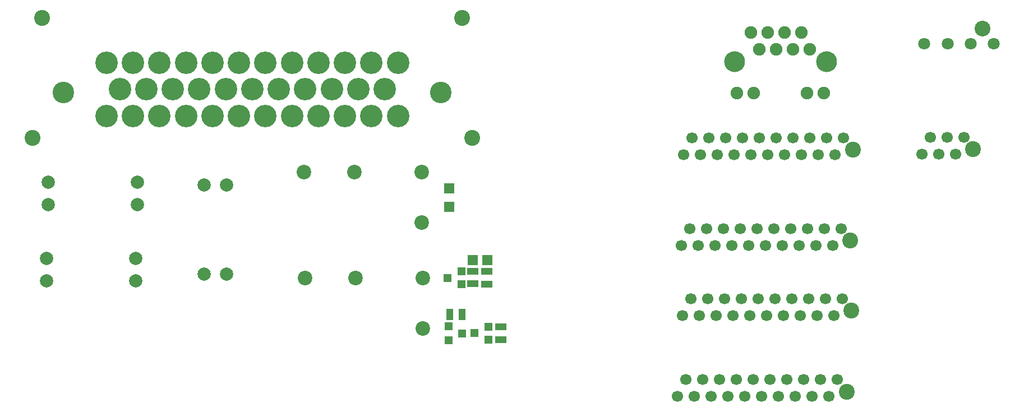
<source format=gts>
G04 #@! TF.GenerationSoftware,KiCad,Pcbnew,5.0.0-fee4fd1~66~ubuntu18.04.1*
G04 #@! TF.CreationDate,2019-02-20T20:20:33-05:00*
G04 #@! TF.ProjectId,REV 2,52455620322E6B696361645F70636200,rev?*
G04 #@! TF.SameCoordinates,Original*
G04 #@! TF.FileFunction,Soldermask,Top*
G04 #@! TF.FilePolarity,Negative*
%FSLAX46Y46*%
G04 Gerber Fmt 4.6, Leading zero omitted, Abs format (unit mm)*
G04 Created by KiCad (PCBNEW 5.0.0-fee4fd1~66~ubuntu18.04.1) date Wed Feb 20 20:20:33 2019*
%MOMM*%
%LPD*%
G01*
G04 APERTURE LIST*
%ADD10C,1.700000*%
%ADD11C,2.400000*%
%ADD12C,3.400000*%
%ADD13C,3.250000*%
%ADD14C,3.150000*%
%ADD15C,1.900000*%
%ADD16C,2.000000*%
%ADD17R,1.600000X1.600000*%
%ADD18C,1.797000*%
%ADD19C,2.381000*%
%ADD20C,2.200000*%
%ADD21R,1.300000X1.200000*%
%ADD22R,1.100000X1.700000*%
%ADD23R,1.700000X1.100000*%
G04 APERTURE END LIST*
D10*
G04 #@! TO.C,J3*
X143059960Y-39594380D03*
X145599960Y-39594380D03*
X148139960Y-39594380D03*
X140519960Y-39594380D03*
X146869960Y-42134380D03*
X144329960Y-42134380D03*
X141789960Y-42134380D03*
X139249960Y-42134380D03*
X137979960Y-39594380D03*
X136709960Y-42134380D03*
X135439960Y-39594380D03*
X134169960Y-42134380D03*
X132899960Y-39594380D03*
X131629960Y-42134380D03*
X130359960Y-39594380D03*
X129089960Y-42134380D03*
X127819960Y-39594380D03*
X126549960Y-42134380D03*
X125279960Y-39594380D03*
X124009960Y-42134380D03*
D11*
X149539960Y-41394380D03*
G04 #@! TD*
D12*
G04 #@! TO.C,J1*
X36863300Y-28291400D03*
X38863300Y-32291400D03*
X36863300Y-36291400D03*
X40863300Y-28291400D03*
X42863300Y-32291400D03*
X40863300Y-36291400D03*
X44863300Y-28291400D03*
X46863300Y-32291400D03*
X44863300Y-36291400D03*
X48863300Y-28291400D03*
X48863300Y-36291400D03*
X50863300Y-32291400D03*
X52863300Y-28291400D03*
D13*
X87363300Y-32791400D03*
D12*
X80863300Y-28291400D03*
X78863300Y-32291400D03*
X80863300Y-36291400D03*
X76863300Y-28291400D03*
X72863300Y-28291400D03*
X64863300Y-28291400D03*
X68863300Y-28291400D03*
X60863300Y-28291400D03*
X56863300Y-28291400D03*
X54863300Y-32291400D03*
X58863300Y-32291400D03*
X66863300Y-32291400D03*
X62863300Y-32291400D03*
X70863300Y-32291400D03*
X74863300Y-32291400D03*
X56863300Y-36291400D03*
X60863300Y-36291400D03*
X64863300Y-36291400D03*
X68863300Y-36291400D03*
X72863300Y-36291400D03*
X76863300Y-36291400D03*
X52863300Y-36291400D03*
D11*
X90563300Y-21491400D03*
X27163300Y-21491400D03*
X92063300Y-39591400D03*
X25663300Y-39591400D03*
D13*
X30363300Y-32791400D03*
G04 #@! TD*
D14*
G04 #@! TO.C,U1*
X131673700Y-28104900D03*
X145573700Y-28104900D03*
D15*
X134183700Y-23684900D03*
X136723700Y-23684900D03*
X139263700Y-23684900D03*
X141803700Y-23684900D03*
X135453700Y-26224900D03*
X137993700Y-26224900D03*
X140533700Y-26224900D03*
X143073700Y-26224900D03*
X134613700Y-32854900D03*
X132073700Y-32854900D03*
X142633700Y-32854900D03*
X145173700Y-32854900D03*
G04 #@! TD*
D10*
G04 #@! TO.C,J2*
X161201100Y-39535100D03*
X163741100Y-39535100D03*
X166281100Y-39535100D03*
X165011100Y-42075100D03*
X162471100Y-42075100D03*
X159931100Y-42075100D03*
D11*
X167681100Y-41335100D03*
G04 #@! TD*
D16*
G04 #@! TO.C,U4*
X51594280Y-46724620D03*
X54994280Y-46724620D03*
X54994280Y-60224620D03*
X51594280Y-60224620D03*
G04 #@! TD*
D17*
G04 #@! TO.C,D2*
X88587580Y-50035920D03*
X88587580Y-47235920D03*
G04 #@! TD*
G04 #@! TO.C,D3*
X92156100Y-58061860D03*
X94356100Y-58061860D03*
G04 #@! TD*
D11*
G04 #@! TO.C,J4*
X148618400Y-77949200D03*
D10*
X123088400Y-78689200D03*
X124358400Y-76149200D03*
X125628400Y-78689200D03*
X126898400Y-76149200D03*
X128168400Y-78689200D03*
X129438400Y-76149200D03*
X130708400Y-78689200D03*
X131978400Y-76149200D03*
X133248400Y-78689200D03*
X134518400Y-76149200D03*
X135788400Y-78689200D03*
X137058400Y-76149200D03*
X138328400Y-78689200D03*
X140868400Y-78689200D03*
X143408400Y-78689200D03*
X145948400Y-78689200D03*
X139598400Y-76149200D03*
X147218400Y-76149200D03*
X144678400Y-76149200D03*
X142138400Y-76149200D03*
G04 #@! TD*
G04 #@! TO.C,J5*
X142684500Y-53314600D03*
X145224500Y-53314600D03*
X147764500Y-53314600D03*
X140144500Y-53314600D03*
X146494500Y-55854600D03*
X143954500Y-55854600D03*
X141414500Y-55854600D03*
X138874500Y-55854600D03*
X137604500Y-53314600D03*
X136334500Y-55854600D03*
X135064500Y-53314600D03*
X133794500Y-55854600D03*
X132524500Y-53314600D03*
X131254500Y-55854600D03*
X129984500Y-53314600D03*
X128714500Y-55854600D03*
X127444500Y-53314600D03*
X126174500Y-55854600D03*
X124904500Y-53314600D03*
X123634500Y-55854600D03*
D11*
X149164500Y-55114600D03*
G04 #@! TD*
G04 #@! TO.C,J6*
X149316900Y-65719100D03*
D10*
X123786900Y-66459100D03*
X125056900Y-63919100D03*
X126326900Y-66459100D03*
X127596900Y-63919100D03*
X128866900Y-66459100D03*
X130136900Y-63919100D03*
X131406900Y-66459100D03*
X132676900Y-63919100D03*
X133946900Y-66459100D03*
X135216900Y-63919100D03*
X136486900Y-66459100D03*
X137756900Y-63919100D03*
X139026900Y-66459100D03*
X141566900Y-66459100D03*
X144106900Y-66459100D03*
X146646900Y-66459100D03*
X140296900Y-63919100D03*
X147916900Y-63919100D03*
X145376900Y-63919100D03*
X142836900Y-63919100D03*
G04 #@! TD*
D18*
G04 #@! TO.C,J7*
X167332600Y-25374600D03*
X170832600Y-25374600D03*
D19*
X169082600Y-23144600D03*
D18*
X163832600Y-25374600D03*
X160332600Y-25374600D03*
G04 #@! TD*
D20*
G04 #@! TO.C,K1*
X84653120Y-60769500D03*
X74493120Y-60769500D03*
X66873120Y-60769500D03*
X84653120Y-68389500D03*
G04 #@! TD*
G04 #@! TO.C,K2*
X84485480Y-44777660D03*
X74325480Y-44777660D03*
X66705480Y-44777660D03*
X84485480Y-52397660D03*
G04 #@! TD*
D21*
G04 #@! TO.C,Q1*
X92396600Y-69123560D03*
X94496600Y-68173560D03*
X94496600Y-70073560D03*
G04 #@! TD*
G04 #@! TO.C,Q2*
X90517980Y-69159120D03*
X88517980Y-68109120D03*
X88517980Y-70209120D03*
G04 #@! TD*
G04 #@! TO.C,Q3*
X90455460Y-61709340D03*
X90455460Y-59809340D03*
X88355460Y-60759340D03*
G04 #@! TD*
D22*
G04 #@! TO.C,R1*
X88668820Y-66258440D03*
X90568820Y-66258440D03*
G04 #@! TD*
D23*
G04 #@! TO.C,R2*
X94292420Y-59789020D03*
X94292420Y-61689020D03*
G04 #@! TD*
G04 #@! TO.C,R3*
X96415860Y-68173560D03*
X96415860Y-70073560D03*
G04 #@! TD*
G04 #@! TO.C,R4*
X92184220Y-59768700D03*
X92184220Y-61668700D03*
G04 #@! TD*
D16*
G04 #@! TO.C,U2*
X28035300Y-49716160D03*
X28035300Y-46316160D03*
X41535300Y-46316160D03*
X41535300Y-49716160D03*
G04 #@! TD*
G04 #@! TO.C,U3*
X41294000Y-61235060D03*
X41294000Y-57835060D03*
X27794000Y-57835060D03*
X27794000Y-61235060D03*
G04 #@! TD*
M02*

</source>
